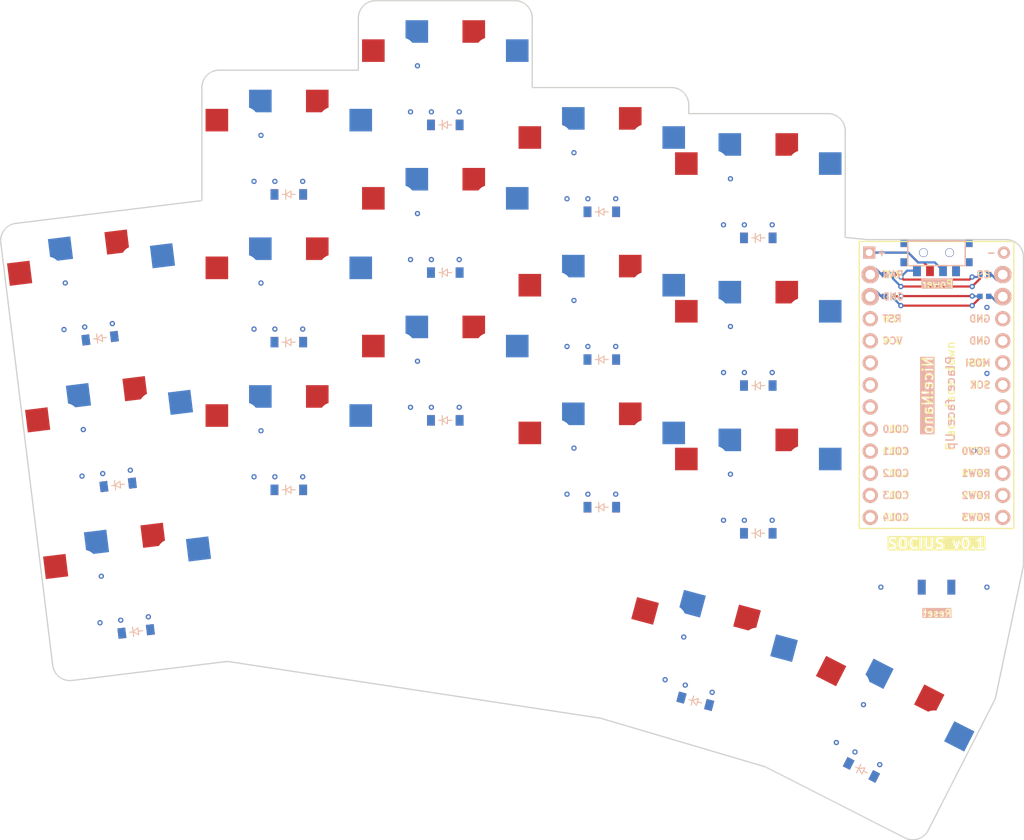
<source format=kicad_pcb>
(kicad_pcb (version 20221018) (generator pcbnew)
  (title_block (title "socius-choc-v1") (rev "v1.0.0") (company "Unknown"))
  (layers (0 "F.Cu" signal) (31 "B.Cu" signal) (34 "B.Paste" user) (35 "F.Paste" user) (36 "B.SilkS" user "B.Silkscreen") (37 "F.SilkS" user "F.Silkscreen") (38 "B.Mask" user) (39 "F.Mask" user) (44 "Edge.Cuts" user))
  (net 0 "")
  (net 1 "COL0")
  (net 2 "pinky_bottom")
  (net 3 "pinky_home")
  (net 4 "pinky_top")
  (net 5 "COL1")
  (net 6 "ring_bottom")
  (net 7 "ring_home")
  (net 8 "ring_top")
  (net 9 "COL2")
  (net 10 "middle_bottom")
  (net 11 "middle_home")
  (net 12 "middle_top")
  (net 13 "COL3")
  (net 14 "index_bottom")
  (net 15 "index_home")
  (net 16 "index_top")
  (net 17 "COL4")
  (net 18 "inner_bottom")
  (net 19 "inner_home")
  (net 20 "inner_top")
  (net 21 "inner_sole")
  (net 22 "outer_sole")
  (net 23 "ROW2")
  (net 24 "ROW1")
  (net 25 "ROW0")
  (net 26 "ROW3")
  (net 27 "RAW")
  (net 28 "GND")
  (net 29 "RST")
  (net 30 "VCC")
  (net 31 "P21")
  (net 32 "P20")
  (net 33 "P19")
  (net 34 "CS")
  (net 35 "P0")
  (net 36 "MOSI")
  (net 37 "SCK")
  (net 38 "P4")
  (net 39 "P5")
  (net 40 "POSITIVE")
  (footprint "E73:SPDT_C128955" (layer "F.Cu") (at 252.644752 121.166967)
    (fp_text reference "T1" hide)
    (fp_text value "" hide)
  )
  (footprint "ComboDiode" (layer "F.Cu") (at 214.144752 116.466967)
    (fp_text reference "D12" hide)
    (fp_text value "" hide)
  )
  (footprint "VIA-0.6mm" (layer "F.Cu") (at 152.288427 130.016311 7)
    (fp_text reference "REF**" hide)
    (fp_text value "VIA-0.6mm" hide)
  )
  (footprint "ComboDiode" (layer "F.Cu") (at 160.584973 164.764222 7)
    (fp_text reference "D1" hide)
    (fp_text value "" hide)
  )
  (footprint "VIA-0.6mm" (layer "F.Cu") (at 221.426946 170.319246 -15)
    (fp_text reference "REF**" hide)
    (fp_text value "VIA-0.6mm" hide)
  )
  (footprint "VIA-0.6mm" (layer "F.Cu") (at 248.544752 126.166967)
    (fp_text reference "REF**" hide)
    (fp_text value "VIA-0.6mm" hide)
  )
  (footprint "PG1350" (layer "F.Cu") (at 178.144752 143.666967)
    (fp_text reference "S4" hide)
    (fp_text value "" hide)
  )
  (footprint "VIA-0.6mm" (layer "F.Cu") (at 212.544752 114.966967)
    (fp_text reference "REF**" hide)
    (fp_text value "VIA-0.6mm" hide)
  )
  (footprint "ComboDiode" (layer "F.Cu") (at 196.144752 106.466967)
    (fp_text reference "D9" hide)
    (fp_text value "" hide)
  )
  (footprint "VIA-0.6mm" (layer "F.Cu") (at 228.144752 117.966967)
    (fp_text reference "REF**" hide)
    (fp_text value "VIA-0.6mm" hide)
  )
  (footprint "PG1350" (layer "F.Cu") (at 246.187462 176.423685 -27)
    (fp_text reference "S17" hide)
    (fp_text value "" hide)
  )
  (footprint "VIA-0.6mm" (layer "F.Cu") (at 192.144752 104.966967)
    (fp_text reference "REF**" hide)
    (fp_text value "VIA-0.6mm" hide)
  )
  (footprint "VIA-0.6mm" (layer "F.Cu") (at 192.944752 99.666967)
    (fp_text reference "REF**" hide)
    (fp_text value "VIA-0.6mm" hide)
  )
  (footprint "VIA-0.6mm" (layer "F.Cu") (at 176.544752 129.966967)
    (fp_text reference "REF**" hide)
    (fp_text value "VIA-0.6mm" hide)
  )
  (footprint "PG1350" (layer "F.Cu") (at 155.856442 126.253431 7)
    (fp_text reference "S3" hide)
    (fp_text value "" hide)
  )
  (footprint "VIA-0.6mm" (layer "F.Cu") (at 174.944752 124.666967)
    (fp_text reference "REF**" hide)
    (fp_text value "VIA-0.6mm" hide)
  )
  (footprint "VIA-0.6mm" (layer "F.Cu") (at 156.742316 146.597109 7)
    (fp_text reference "REF**" hide)
    (fp_text value "VIA-0.6mm" hide)
  )
  (footprint "PG1350" (layer "F.Cu") (at 178.144752 109.666967)
    (fp_text reference "S6" hide)
    (fp_text value "" hide)
  )
  (footprint "ComboDiode" (layer "F.Cu") (at 178.144752 148.466967)
    (fp_text reference "D4" hide)
    (fp_text value "" hide)
  )
  (footprint "VIA-0.6mm" (layer "F.Cu") (at 248.544752 125.066967)
    (fp_text reference "REF**" hide)
    (fp_text value "VIA-0.6mm" hide)
  )
  (footprint "VIA-0.6mm" (layer "F.Cu") (at 228.144752 134.966967)
    (fp_text reference "REF**" hide)
    (fp_text value "VIA-0.6mm" hide)
  )
  (footprint "ComboDiode" (layer "F.Cu") (at 196.144752 140.466967)
    (fp_text reference "D7" hide)
    (fp_text value "" hide)
  )
  (footprint "VIA-0.6mm" (layer "F.Cu") (at 192.144752 138.966967)
    (fp_text reference "REF**" hide)
    (fp_text value "VIA-0.6mm" hide)
  )
  (footprint "PG1350" (layer "F.Cu") (at 214.144752 145.666967)
    (fp_text reference "S10" hide)
    (fp_text value "" hide)
  )
  (footprint "VIA-0.6mm" (layer "F.Cu") (at 248.544752 127.266967)
    (fp_text reference "REF**" hide)
    (fp_text value "VIA-0.6mm" hide)
  )
  (footprint "VIA-0.6mm" (layer "F.Cu") (at 192.944752 133.666967)
    (fp_text reference "REF**" hide)
    (fp_text value "VIA-0.6mm" hide)
  )
  (footprint "VIA-0.6mm" (layer "F.Cu") (at 228.944752 112.666967)
    (fp_text reference "REF**" hide)
    (fp_text value "VIA-0.6mm" hide)
  )
  (footprint "VIA-0.6mm" (layer "F.Cu") (at 210.144752 114.966967)
    (fp_text reference "REF**" hide)
    (fp_text value "VIA-0.6mm" hide)
  )
  (footprint "PG1350" (layer "F.Cu") (at 160 160 7)
    (fp_text reference "S1" hide)
    (fp_text value "" hide)
  )
  (footprint "VIA-0.6mm" (layer "F.Cu") (at 246.114904 180.090391 -27)
    (fp_text reference "REF**" hide)
    (fp_text value "VIA-0.6mm" hide)
  )
  (footprint "VIA-0.6mm" (layer "F.Cu") (at 246.244752 159.666967)
    (fp_text reference "REF**" hide)
    (fp_text value "VIA-0.6mm" hide)
  )
  (footprint "VIA-0.6mm" (layer "F.Cu") (at 243.263683 178.637622 -27)
    (fp_text reference "REF**" hide)
    (fp_text value "VIA-0.6mm" hide)
  )
  (footprint "VIA-0.6mm" (layer "F.Cu") (at 212.544752 148.966967)
    (fp_text reference "REF**" hide)
    (fp_text value "VIA-0.6mm" hide)
  )
  (footprint "VIA-0.6mm" (layer "F.Cu") (at 156.431984 163.76288 7)
    (fp_text reference "REF**" hide)
    (fp_text value "VIA-0.6mm" hide)
  )
  (footprint "VIA-0.6mm" (layer "F.Cu") (at 174.944752 107.666967)
    (fp_text reference "REF**" hide)
    (fp_text value "VIA-0.6mm" hide)
  )
  (footprint "VIA-0.6mm" (layer "F.Cu") (at 210.944752 143.666967)
    (fp_text reference "REF**" hide)
    (fp_text value "VIA-0.6mm" hide)
  )
  (footprint "VIA-0.6mm" (layer "F.Cu") (at 179.744752 112.966967)
    (fp_text reference "REF**" hide)
    (fp_text value "VIA-0.6mm" hide)
  )
  (footprint "VIA-0.6mm" (layer "F.Cu") (at 174.944752 141.666967)
    (fp_text reference "REF**" hide)
    (fp_text value "VIA-0.6mm" hide)
  )
  (footprint "VIA-0.6mm" (layer "F.Cu") (at 179.744752 129.966967)
    (fp_text reference "REF**" hide)
    (fp_text value "VIA-0.6mm" hide)
  )
  (footprint "VIA-0.6mm" (layer "F.Cu") (at 197.744752 121.966967)
    (fp_text reference "REF**" hide)
    (fp_text value "VIA-0.6mm" hide)
  )
  (footprint "VIA-0.6mm" (layer "F.Cu") (at 197.744752 104.966967)
    (fp_text reference "REF**" hide)
    (fp_text value "VIA-0.6mm" hide)
  )
  (footprint "ProMicro" (layer "F.Cu") (at 252.644752 137.666967 -90)
    (fp_text reference "MCU1" hide)
    (fp_text value "" hide)
  )
  (footprint "VIA-0.6mm" (layer "F.Cu") (at 154.360205 146.889595 7)
    (fp_text reference "REF**" hide)
    (fp_text value "VIA-0.6mm" hide)
  )
  (footprint "VIA-0.6mm" (layer "F.Cu") (at 223.745168 170.940412 -15)
    (fp_text reference "REF**" hide)
    (fp_text value "VIA-0.6mm" hide)
  )
  (footprint "VIA-0.6mm" (layer "F.Cu") (at 192.144752 121.966967)
    (fp_text reference "REF**" hide)
    (fp_text value "VIA-0.6mm" hide)
  )
  (footprint "VIA-0.6mm" (layer "F.Cu") (at 233.744752 151.966967)
    (fp_text reference "REF**" hide)
    (fp_text value "VIA-0.6mm" hide)
  )
  (footprint "VIA-0.6mm" (layer "F.Cu") (at 174.144752 129.966967)
    (fp_text reference "REF**" hide)
    (fp_text value "VIA-0.6mm" hide)
  )
  (footprint "VIA-0.6mm" (layer "F.Cu") (at 194.544752 121.966967)
    (fp_text reference "REF**" hide)
    (fp_text value "VIA-0.6mm" hide)
  )
  (footprint "VIA-0.6mm" (layer "F.Cu") (at 194.544752 104.966967)
    (fp_text reference "REF**" hide)
    (fp_text value "VIA-0.6mm" hide)
  )
  (footprint "VIA-0.6mm" (layer "F.Cu") (at 197.744752 138.966967)
    (fp_text reference "REF**" hide)
    (fp_text value "VIA-0.6mm" hide)
  )
  (footprint "ComboDiode" (layer "F.Cu") (at 156.441415 131.017652 7)
    (fp_text reference "D3" hide)
    (fp_text value "" hide)
  )
  (footprint "ComboDiode" (layer "F.Cu") (at 214.144752 133.466967)
    (fp_text reference "D11" hide)
    (fp_text value "" hide)
  )
  (footprint "ComboDiode" (layer "F.Cu") (at 196.144752 123.466967)
    (fp_text reference "D8" hide)
    (fp_text value "" hide)
  )
  (footprint "VIA-0.6mm" (layer "F.Cu") (at 230.544752 134.966967)
    (fp_text reference "REF**" hide)
    (fp_text value "VIA-0.6mm" hide)
  )
  (footprint "VIA-0.6mm" (layer "F.Cu") (at 233.744752 134.966967)
    (fp_text reference "REF**" hide)
    (fp_text value "VIA-0.6mm" hide)
  )
  (footprint "VIA-0.6mm" (layer "F.Cu") (at 176.544752 146.966967)
    (fp_text reference "REF**" hide)
    (fp_text value "VIA-0.6mm" hide)
  )
  (footprint "VIA-0.6mm" (layer "F.Cu") (at 156.580114 158.40489 7)
    (fp_text reference "REF**" hide)
    (fp_text value "VIA-0.6mm" hide)
  )
  (footprint "VIA-0.6mm" (layer "F.Cu") (at 210.144752 148.966967)
    (fp_text reference "REF**" hide)
    (fp_text value "VIA-0.6mm" hide)
  )
  (footprint "VIA-0.6mm" (layer "F.Cu") (at 161.990243 163.080411 7)
    (fp_text reference "REF**" hide)
    (fp_text value "VIA-0.6mm" hide)
  )
  (footprint "VIA-0.6mm" (layer "F.Cu") (at 258.444752 135.066967)
    (fp_text reference "REF**" hide)
    (fp_text value "VIA-0.6mm" hide)
  )
  (footprint "ComboDiode" (layer "F.Cu") (at 244.008308 180.700516 -27)
    (fp_text reference "D17" hide)
    (fp_text value "" hide)
  )
  (footprint "VIA-0.6mm" (layer "F.Cu") (at 215.744752 148.966967)
    (fp_text reference "REF**" hide)
    (fp_text value "VIA-0.6mm" hide)
  )
  (footprint "PG1350" (layer "F.Cu") (at 214.144752 128.666967)
    (fp_text reference "S11" hide)
    (fp_text value "" hide)
  )
  (footprint "VIA-0.6mm" (layer "F.Cu") (at 176.544752 112.966967)
    (fp_text reference "REF**" hide)
    (fp_text value "VIA-0.6mm" hide)
  )
  (footprint "VIA-0.6mm" (layer "F.Cu") (at 192.944752 116.666967)
    (fp_text reference "REF**" hide)
    (fp_text value "VIA-0.6mm" hide)
  )
  (footprint "VIA-0.6mm" (layer "F.Cu") (at 230.544752 117.966967)
    (fp_text reference "REF**" hide)
    (fp_text value "VIA-0.6mm" hide)
  )
  (footprint "ComboDiode" (layer "F.Cu") (at 158.513194 147.890937 7)
    (fp_text reference "D2" hide)
    (fp_text value "" hide)
  )
  (footprint "VIA-0.6mm" (layer "F.Cu") (at 228.144752 151.966967)
    (fp_text reference "REF**" hide)
    (fp_text value "VIA-0.6mm" hide)
  )
  (footprint "VIA-0.6mm" (layer "F.Cu") (at 256.744752 123.966967)
    (fp_text reference "REF**" hide)
    (fp_text value "VIA-0.6mm" hide)
  )
  (footprint "VIA-0.6mm" (layer "F.Cu") (at 210.944752 109.666967)
    (fp_text reference "REF**" hide)
    (fp_text value "VIA-0.6mm" hide)
  )
  (footprint "PG1350" (layer "F.Cu") (at 157.928221 143.126715 7)
    (fp_text reference "S2" hide)
    (fp_text value "" hide)
  )
  (footprint "VIA-0.6mm" (layer "F.Cu") (at 210.944752 126.666967)
    (fp_text reference "REF**" hide)
    (fp_text value "VIA-0.6mm" hide)
  )
  (footprint "Button_Switch_SMD:SW_SPST_B3U-1000P" (layer "F.Cu") (at 252.644752 159.666967 180)
    (fp_text reference "")
    (fp_text value "")
  )
  (footprint "PG1350" (layer "F.Cu") (at 196.144752 118.666967)
    (fp_text reference "S8" hide)
    (fp_text value "" hide)
  )
  (footprint "VIA-0.6mm" (layer "F.Cu") (at 244.244222 173.188902 -27)
    (fp_text reference "REF**" hide)
    (fp_text value "VIA-0.6mm" hide)
  )
  (footprint "VIA-0.6mm" (layer "F.Cu") (at 154.670537 129.723824 7)
    (fp_text reference "REF**" hide)
    (fp_text value "VIA-0.6mm" hide)
  )
  (footprint "VIA-0.6mm" (layer "F.Cu") (at 258.444752 127.466967)
    (fp_text reference "REF**" hide)
    (fp_text value "VIA-0.6mm" hide)
  )
  (footprint "VIA-0.6mm" (layer "F.Cu") (at 256.744752 127.266967)
    (fp_text reference "REF**" hide)
    (fp_text value "VIA-0.6mm" hide)
  )
  (footprint "VIA-0.6mm" (layer "F.Cu") (at 210.144752 131.966967)
    (fp_text reference "REF**" hide)
    (fp_text value "VIA-0.6mm" hide)
  )
  (footprint "VIA-0.6mm" (layer "F.Cu") (at 233.744752 117.966967)
    (fp_text reference "REF**" hide)
    (fp_text value "VIA-0.6mm" hide)
  )
  (footprint "VIA-0.6mm" (layer "F.Cu") (at 223.571428 165.406894 -15)
    (fp_text reference "REF**" hide)
    (fp_text value "VIA-0.6mm" hide)
  )
  (footprint "VIA-0.6mm" (layer "F.Cu") (at 256.744752 126.166967)
    (fp_text reference "REF**" hide)
    (fp_text value "VIA-0.6mm" hide)
  )
  (footprint "PG1350" (layer "F.Cu") (at 214.144752 111.666967)
    (fp_text reference "S12" hide)
    (fp_text value "" hide)
  )
  (footprint "ComboDiode" (layer "F.Cu") (at 232.144752 119.466967)
    (fp_text reference "D15" hide)
    (fp_text value "" hide)
  )
  (footprint "PG1350" (layer "F.Cu") (at 226.144752 168.166967 -15)
    (fp_text reference "S16" hide)
    (fp_text value "" hide)
  )
  (footprint "PG1350" (layer "F.Cu") (at 232.144752 114.666967)
    (fp_text reference "S15" hide)
    (fp_text value "" hide)
  )
  (footprint "ComboDiode" (layer "F.Cu") (at 214.144752 150.466967)
    (fp_text reference "D10" hide)
    (fp_text value "" hide)
  )
  (footprint "VIA-0.6mm" (layer "F.Cu") (at 241.125268 177.548044 -27)
    (fp_text reference "REF**" hide)
    (fp_text value "VIA-0.6mm" hide)
  )
  (footprint "PG1350" (layer "F.Cu") (at 232.144752 148.666967)
    (fp_text reference "S13" hide)
    (fp_text value "" hide)
  )
  (footprint "VIA-0.6mm" (layer "F.Cu") (at 215.744752 114.966967)
    (fp_text reference "REF**" hide)
    (fp_text value "VIA-0.6mm" hide)
  )
  (footprint "VIA-0.6mm" (layer "F.Cu") (at 215.744752 131.966967)
    (fp_text reference "REF**" hide)
    (fp_text value "VIA-0.6mm" hide)
  )
  (footprint "VIA-0.6mm" (layer "F.Cu") (at 256.744752 125.066967)
    (fp_text reference "REF**" hide)
    (fp_text value "VIA-0.6mm" hide)
  )
  (footprint "PG1350" (layer "F.Cu") (at 232.144752 131.666967)
    (fp_text reference "S14" hide)
    (fp_text value "" hide)
  )
  (footprint "VIA-0.6mm" (layer "F.Cu") (at 152.436556 124.65832 7)
    (fp_text reference "REF**" hide)
    (fp_text value "VIA-0.6mm" hide)
  )
  (footprint "lib:niceview_headers" (layer "F.Cu") (at 252.644752 121.166967 -90)
    (fp_text reference "")
    (fp_text value "")
  )
  (footprint "PG1350" (layer "F.Cu") (at 196.144752 135.666967)
    (fp_text reference "S7" hide)
    (fp_text value "" hide)
  )
  (footprint "VIA-0.6mm" (layer "F.Cu") (at 179.744752 146.966967)
    (fp_text reference "REF**" hide)
    (fp_text value "VIA-0.6mm" hide)
  )
  (footprint "ComboDiode" (layer "F.Cu") (at 178.144752 131.466967)
    (fp_text reference "D5" hide)
    (fp_text value "" hide)
  )
  (footprint "PG1350" (layer "F.Cu") (at 178.144752 126.666967)
    (fp_text reference "S5" hide)
    (fp_text value "" hide)
  )
  (footprint "VIA-0.6mm" (layer "F.Cu") (at 228.944752 146.666967)
    (fp_text reference "REF**" hide)
    (fp_text value "VIA-0.6mm" hide)
  )
  (footprint "VIA-0.6mm" (layer "F.Cu") (at 226.836131 171.768633 -15)
    (fp_text reference "REF**" hide)
    (fp_text value "VIA-0.6mm" hide)
  )
  (footprint "VIA-0.6mm" (layer "F.Cu") (at 248.544752 123.966967)
    (fp_text reference "REF**" hide)
    (fp_text value "VIA-0.6mm" hide)
  )
  (footprint "VIA-0.6mm" (layer "F.Cu") (at 158.814095 163.470393 7)
    (fp_text reference "REF**" hide)
    (fp_text value "VIA-0.6mm" hide)
  )
  (footprint "VIA-0.6mm" (layer "F.Cu") (at 154.508335 141.531605 7)
    (fp_text reference "REF**" hide)
    (fp_text value "VIA-0.6mm" hide)
  )
  (footprint "ComboDiode" (layer "F.Cu") (at 224.902421 172.803411 -15)
    (fp_text reference "D16" hide)
    (fp_text value "" hide)
  )
  (footprint "ComboDiode" (layer "F.Cu") (at 232.144752 153.466967)
    (fp_text reference "D13" hide)
    (fp_text value "" hide)
  )
  (footprint "VIA-0.6mm" (layer "F.Cu") (at 157.846685 129.333842 7)
    (fp_text reference "REF**" hide)
    (fp_text value "VIA-0.6mm" hide)
  )
  (footprint "ComboDiode" (layer "F.Cu") (at 232.144752 136.466967)
    (fp_text reference "D14" hide)
    (fp_text value "" hide)
  )
  (footprint "VIA-0.6mm" (layer "F.Cu") (at 174.144752 112.966967)
    (fp_text reference "REF**" hide)
    (fp_text value "VIA-0.6mm" hide)
  )
  (footprint "VIA-0.6mm" (layer "F.Cu") (at 230.544752 151.966967)
    (fp_text reference "REF**" hide)
    (fp_text value "VIA-0.6mm" hide)
  )
  (footprint "VIA-0.6mm" (layer "F.Cu") (at 174.144752 146.966967)
    (fp_text reference "REF**" hide)
    (fp_text value "VIA-0.6mm" hide)
  )
  (footprint "VIA-0.6mm" (layer "F.Cu") (at 212.544752 131.966967)
    (fp_text reference "REF**" hide)
    (fp_text value "VIA-0.6mm" hide)
  )
  (footprint "VIA-0.6mm" (layer "F.Cu") (at 256.944752 143.966967)
    (fp_text reference "REF**" hide)
    (fp_text value "VIA-0.6mm" hide)
  )
  (footprint "ComboDiode" (layer "F.Cu") (at 178.144752 114.466967)
    (fp_text reference "D6" hide)
    (fp_text value "" hide)
  )
  (footprint "VIA-0.6mm" (layer "F.Cu") (at 228.944752 129.666967)
    (fp_text reference "REF**" hide)
    (fp_text value "VIA-0.6mm" hide)
  )
  (footprint "VIA-0.6mm" (layer "F.Cu") (at 159.918464 146.207127 7)
    (fp_text reference "REF**" hide)
    (fp_text value "VIA-0.6mm" hide)
  )
  (footprint "VIA-0.6mm" (layer "F.Cu") (at 194.544752 138.966967)
    (fp_text reference "REF**" hide)
    (fp_text value "VIA-0.6mm" hide)
  )
  (footprint "VIA-0.6mm" (layer "F.Cu") (at 258.444752 159.666967)
    (fp_text reference "REF**" hide)
    (fp_text value "VIA-0.6mm" hide)
  )
  (footprint "PG1350" (layer "F.Cu") (at 196.144752 101.666967)
    (fp_text reference "S9" hide)
    (fp_text value "" hide)
  )
  (gr_arc (start 170.810146 168.244024) (mid 171.082947 168.229327) (end 171.355205 168.251945) (stroke (width 0.15)) (layer "Edge.Cuts"))
  (gr_line (start 242.144752 119.415375) (end 244.544873 119.656915) (stroke (width 0.15)) (layer "Edge.Cuts"))
  (gr_line (start 224.144752 105.166967) (end 224.144752 104.166967) (stroke (width 0.15)) (layer "Edge.Cuts"))
  (gr_line (start 168.144752 102.166967) (end 168.144752 115.173273) (stroke (width 0.15)) (layer "Edge.Cuts"))
  (gr_line (start 240.144752 105.166967) (end 224.144752 105.166967) (stroke (width 0.15)) (layer "Edge.Cuts"))
  (gr_arc (start 240.144752 105.166967) (mid 241.558966 105.752753) (end 242.144752 107.166967) (stroke (width 0.15)) (layer "Edge.Cuts"))
  (gr_arc (start 186.144752 94.166967) (mid 186.730538 92.752753) (end 188.144752 92.166967) (stroke (width 0.15)) (layer "Edge.Cuts"))
  (gr_arc (start 251.692599 187.646139) (mid 250.52862 188.640271) (end 249.002605 188.520171) (stroke (width 0.15)) (layer "Edge.Cuts"))
  (gr_line (start 244.745136 119.666967) (end 260.644752 119.666967) (stroke (width 0.15)) (layer "Edge.Cuts"))
  (gr_line (start 213.892108 174.734558) (end 171.355205 168.251945) (stroke (width 0.15)) (layer "Edge.Cuts"))
  (gr_line (start 153.21739 170.404143) (end 170.810146 168.244024) (stroke (width 0.15)) (layer "Edge.Cuts"))
  (gr_arc (start 260.644752 119.666967) (mid 262.058966 120.252753) (end 262.644752 121.666967) (stroke (width 0.15)) (layer "Edge.Cuts"))
  (gr_line (start 145.016961 120.028028) (end 150.988559 168.66279) (stroke (width 0.15)) (layer "Edge.Cuts"))
  (gr_line (start 222.144752 102.166967) (end 206.144752 102.166967) (stroke (width 0.15)) (layer "Edge.Cuts"))
  (gr_line (start 262.644752 121.666967) (end 262.644752 156.958312) (stroke (width 0.15)) (layer "Edge.Cuts"))
  (gr_arc (start 259.465108 172.239863) (mid 259.393972 172.493211) (end 259.290189 172.735027) (stroke (width 0.15)) (layer "Edge.Cuts"))
  (gr_line (start 233.128945 180.432137) (end 249.002605 188.520171) (stroke (width 0.15)) (layer "Edge.Cuts"))
  (gr_arc (start 222.144752 102.166967) (mid 223.558966 102.752753) (end 224.144752 104.166967) (stroke (width 0.15)) (layer "Edge.Cuts"))
  (gr_arc (start 153.21739 170.404143) (mid 151.742328 169.995073) (end 150.988559 168.66279) (stroke (width 0.15)) (layer "Edge.Cuts"))
  (gr_arc (start 244.745135 119.666968) (mid 244.644878 119.664454) (end 244.544873 119.656916) (stroke (width 0.15)) (layer "Edge.Cuts"))
  (gr_line (start 204.144752 92.166967) (end 188.144752 92.166967) (stroke (width 0.15)) (layer "Edge.Cuts"))
  (gr_line (start 262.601684 157.371129) (end 259.465108 172.239863) (stroke (width 0.15)) (layer "Edge.Cuts"))
  (gr_line (start 146.758314 117.799197) (end 168.144752 115.173273) (stroke (width 0.15)) (layer "Edge.Cuts"))
  (gr_line (start 251.692599 187.646139) (end 259.290189 172.735027) (stroke (width 0.15)) (layer "Edge.Cuts"))
  (gr_arc (start 204.144752 92.166967) (mid 205.558966 92.752753) (end 206.144752 94.166967) (stroke (width 0.15)) (layer "Edge.Cuts"))
  (gr_arc (start 232.787472 180.29606) (mid 232.961341 180.356237) (end 233.128945 180.432137) (stroke (width 0.15)) (layer "Edge.Cuts"))
  (gr_line (start 186.144752 100.166967) (end 170.144752 100.166967) (stroke (width 0.15)) (layer "Edge.Cuts"))
  (gr_arc (start 213.892109 174.734558) (mid 214.025707 174.75959) (end 214.157296 174.793639) (stroke (width 0.15)) (layer "Edge.Cuts"))
  (gr_line (start 186.144752 94.166967) (end 186.144752 100.166967) (stroke (width 0.15)) (layer "Edge.Cuts"))
  (gr_arc (start 168.144752 102.166967) (mid 168.730538 100.752753) (end 170.144752 100.166967) (stroke (width 0.15)) (layer "Edge.Cuts"))
  (gr_line (start 232.787471 180.29606) (end 214.157296 174.793639) (stroke (width 0.15)) (layer "Edge.Cuts"))
  (gr_line (start 206.144752 102.166967) (end 206.144752 94.166967) (stroke (width 0.15)) (layer "Edge.Cuts"))
  (gr_arc (start 145.016961 120.028028) (mid 145.426031 118.552966) (end 146.758314 117.799197) (stroke (width 0.15)) (layer "Edge.Cuts"))
  (gr_arc (start 262.644752 156.958312) (mid 262.633956 157.165841) (end 262.601684 157.371129) (stroke (width 0.15)) (layer "Edge.Cuts"))
  (gr_line (start 242.144752 119.415375) (end 242.144752 107.166967) (stroke (width 0.15)) (layer "Edge.Cuts"))
  (segment (start 246.327384 123.696967) (end 245.676068 123.045651) (width 0.25) (layer "F.Cu") (net 27))
  (segment (start 256.444752 124.266967) (end 256.744752 123.966967) (width 0.25) (layer "F.Cu") (net 27))
  (segment (start 247.644752 123.696967) (end 248.274752 123.696967) (width 0.25) (layer "F.Cu") (net 27))
  (segment (start 248.274752 123.696967) (end 248.544752 123.966967) (width 0.25) (layer "F.Cu") (net 27))
  (segment (start 248.544752 123.966967) (end 248.844752 124.266967) (width 0.25) (layer "F.Cu") (net 27))
  (segment (start 248.844752 124.266967) (end 256.444752 124.266967) (width 0.25) (layer "F.Cu") (net 27))
  (segment (start 246.644752 123.696967) (end 246.327384 123.696967) (width 0.25) (layer "F.Cu") (net 27))
  (segment (start 249.269752 123.241967) (end 248.544752 123.966967) (width 0.25) (layer "B.Cu") (net 27))
  (segment (start 258.96212 123.696967) (end 259.613436 124.348283) (width 0.25) (layer "B.Cu") (net 27))
  (segment (start 256.744752 123.966967) (end 257.374752 123.966967) (width 0.25) (layer "B.Cu") (net 27))
  (segment (start 250.394752 123.241967) (end 249.269752 123.241967) (width 0.25) (layer "B.Cu") (net 27))
  (segment (start 257.374752 123.966967) (end 257.644752 123.696967) (width 0.25) (layer "B.Cu") (net 27))
  (segment (start 258.644752 123.696967) (end 258.96212 123.696967) (width 0.25) (layer "B.Cu") (net 27))
  (segment (start 248.514752 126.196967) (end 248.544752 126.166967) (width 0.25) (layer "F.Cu") (net 28))
  (segment (start 248.544752 126.166967) (end 256.744752 126.166967) (width 0.25) (layer "F.Cu") (net 28))
  (segment (start 246.287384 126.196967) (end 245.676068 125.585651) (width 0.25) (layer "F.Cu") (net 28))
  (segment (start 246.644752 126.196967) (end 246.287384 126.196967) (width 0.25) (layer "F.Cu") (net 28))
  (segment (start 247.644752 126.196967) (end 248.514752 126.196967) (width 0.25) (layer "F.Cu") (net 28))
  (segment (start 258.644752 126.196967) (end 258.92212 126.196967) (width 0.25) (layer "B.Cu") (net 28))
  (segment (start 256.774752 126.196967) (end 256.744752 126.166967) (width 0.25) (layer "B.Cu") (net 28))
  (segment (start 257.644752 126.196967) (end 256.774752 126.196967) (width 0.25) (layer "B.Cu") (net 28))
  (segment (start 258.92212 126.196967) (end 259.613436 126.888283) (width 0.25) (layer "B.Cu") (net 28))
  (segment (start 258.644752 123.696967) (end 258.96212 123.696967) (width 0.25) (layer "F.Cu") (net 34))
  (segment (start 257.644752 123.696967) (end 257.644752 124.166967) (width 0.25) (layer "F.Cu") (net 34))
  (segment (start 258.96212 123.696967) (end 259.613436 124.348283) (width 0.25) (layer "F.Cu") (net 34))
  (segment (start 257.644752 124.166967) (end 256.744752 125.066967) (width 0.25) (layer "F.Cu") (net 34))
  (segment (start 248.544752 125.066967) (end 256.744752 125.066967) (width 0.25) (layer "F.Cu") (net 34))
  (segment (start 246.327384 123.696967) (end 245.676068 123.045651) (width 0.25) (layer "B.Cu") (net 34))
  (segment (start 247.644752 124.166967) (end 248.544752 125.066967) (width 0.25) (layer "B.Cu") (net 34))
  (segment (start 246.644752 123.696967) (end 246.327384 123.696967) (width 0.25) (layer "B.Cu") (net 34))
  (segment (start 247.644752 123.696967) (end 247.644752 124.166967) (width 0.25) (layer "B.Cu") (net 34))
  (segment (start 258.92212 126.196967) (end 259.613436 126.888283) (width 0.25) (layer "F.Cu") (net 35))
  (segment (start 257.644752 126.366967) (end 256.744752 127.266967) (width 0.25) (layer "F.Cu") (net 35))
  (segment (start 248.544752 127.266967) (end 256.744752 127.266967) (width 0.25) (layer "F.Cu") (net 35))
  (segment (start 258.644752 126.196967) (end 258.92212 126.196967) (width 0.25) (layer "F.Cu") (net 35))
  (segment (start 257.644752 126.196967) (end 257.644752 126.366967) (width 0.25) (layer "F.Cu") (net 35))
  (segment (start 246.287384 126.196967) (end 245.676068 125.585651) (width 0.25) (layer "B.Cu") (net 35))
  (segment (start 246.644752 126.196967) (end 246.287384 126.196967) (width 0.25) (layer "B.Cu") (net 35))
  (segment (start 247.644752 126.196967) (end 247.644752 126.366967) (width 0.25) (layer "B.Cu") (net 35))
  (segment (start 247.644752 126.366967) (end 248.544752 127.266967) (width 0.25) (layer "B.Cu") (net 35))
  (segment (start 251.894752 123.016967) (end 251.169752 122.291967) (width 0.25) (layer "F.Cu") (net 40))
  (segment (start 249.394752 121.166967) (end 244.894752 121.166967) (width 0.25) (layer "F.Cu") (net 40))
  (segment (start 251.169752 122.291967) (end 250.519752 122.291967) (width 0.25) (layer "F.Cu") (net 40))
  (segment (start 251.894752 123.241967) (end 251.894752 123.016967) (width 0.25) (layer "F.Cu") (net 40))
  (segment (start 250.519752 122.291967) (end 249.394752 121.166967) (width 0.25) (layer "F.Cu") (net 40))
  (segment (start 252.444752 122.291967) (end 250.519752 122.291967) (width 0.25) (layer "B.Cu") (net 40))
  (segment (start 249.394752 121.166967) (end 244.894752 121.166967) (width 0.25) (layer "B.Cu") (net 40))
  (segment (start 250.519752 122.291967) (end 249.394752 121.166967) (width 0.25) (layer "B.Cu") (net 40))
  (segment (start 253.394752 123.241967) (end 252.444752 122.291967) (width 0.25) (layer "B.Cu") (net 40))
)
</source>
